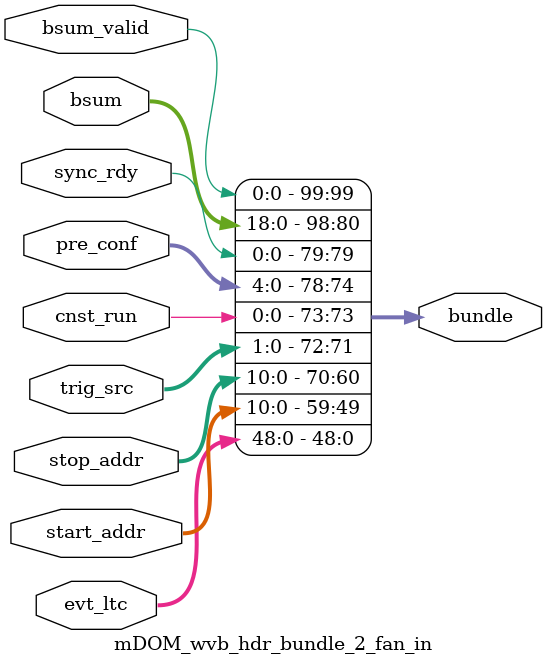
<source format=v>
module mDOM_wvb_hdr_bundle_2_fan_in
  (
   bundle,
   evt_ltc,
   start_addr,
   stop_addr,
   trig_src,
   cnst_run,
   pre_conf,
   sync_rdy,
   bsum,
   bsum_valid
  );

`include "mDOM_wvb_hdr_bundle_2_inc.v"

   output [99:0] bundle;
   input [48:0] evt_ltc;
   input [10:0] start_addr;
   input [10:0] stop_addr;
   input [1:0] trig_src;
   input [0:0] cnst_run;
   input [4:0] pre_conf;
   input [0:0] sync_rdy;
   input [18:0] bsum;
   input [0:0] bsum_valid;

assign bundle[48:0] = evt_ltc;
assign bundle[59:49] = start_addr;
assign bundle[70:60] = stop_addr;
assign bundle[72:71] = trig_src;
assign bundle[73:73] = cnst_run;
assign bundle[78:74] = pre_conf;
assign bundle[79:79] = sync_rdy;
assign bundle[98:80] = bsum;
assign bundle[99:99] = bsum_valid;


endmodule

</source>
